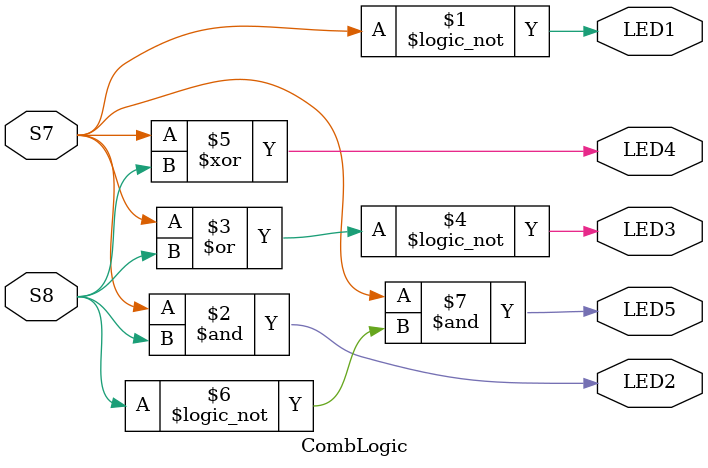
<source format=v>


module CombLogic (
  input S7,
  input S8,  
  output LED1,
  output LED2,
  output LED3,
  output LED4,
  output LED5  
);

  assign LED1 = !S7;
  assign LED2 = S7 & S8;
  assign LED3 = !(S7 | S8);
  assign LED4 = S7 ^ S8;
  assign LED5 = S7 & !S8;  
  	
endmodule

</source>
